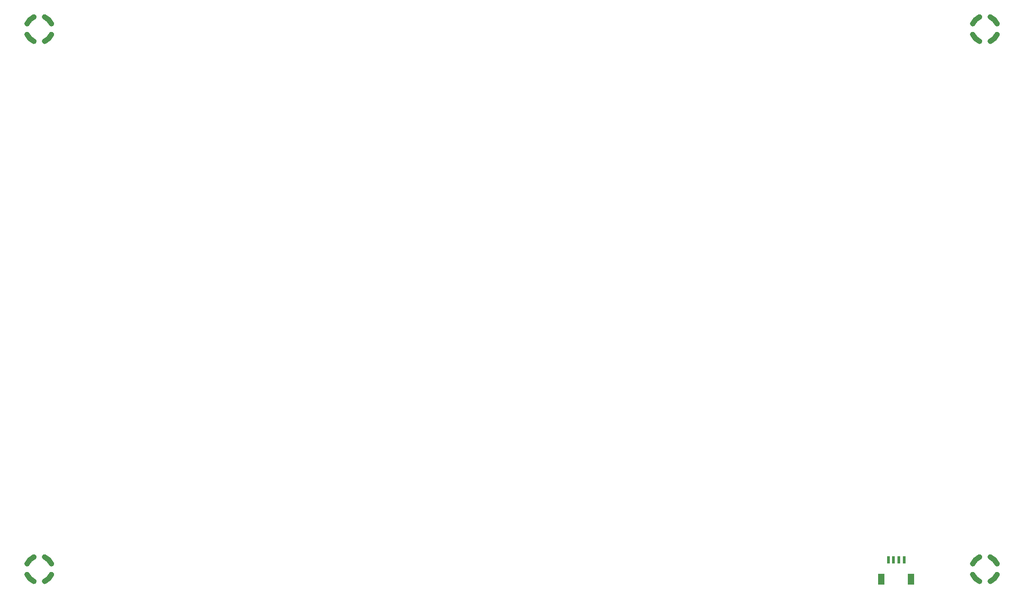
<source format=gbr>
%TF.GenerationSoftware,KiCad,Pcbnew,8.0.5*%
%TF.CreationDate,2024-09-30T14:32:55-04:00*%
%TF.ProjectId,HarveyBehaviorPCB_v2,48617276-6579-4426-9568-6176696f7250,rev?*%
%TF.SameCoordinates,Original*%
%TF.FileFunction,Paste,Top*%
%TF.FilePolarity,Positive*%
%FSLAX46Y46*%
G04 Gerber Fmt 4.6, Leading zero omitted, Abs format (unit mm)*
G04 Created by KiCad (PCBNEW 8.0.5) date 2024-09-30 14:32:55*
%MOMM*%
%LPD*%
G01*
G04 APERTURE LIST*
%ADD10C,1.016000*%
%ADD11R,1.198880X1.998980*%
%ADD12R,0.599440X1.348740*%
G04 APERTURE END LIST*
D10*
%TO.C,J11*%
X208280000Y-149352000D02*
G75*
G02*
X209550000Y-148082000I2286005J-1016005D01*
G01*
X209550000Y-152654000D02*
G75*
G02*
X208280000Y-151384000I1016005J2286005D01*
G01*
X211582000Y-148082000D02*
G75*
G02*
X212852000Y-149352000I-1016005J-2286005D01*
G01*
X212852000Y-151384000D02*
G75*
G02*
X211582000Y-152654000I-2286005J1016005D01*
G01*
%TO.C,J2*%
X30480000Y-149352000D02*
G75*
G02*
X31750000Y-148082000I2286005J-1016005D01*
G01*
X31750000Y-152654000D02*
G75*
G02*
X30480000Y-151384000I1016005J2286005D01*
G01*
X33782000Y-148082000D02*
G75*
G02*
X35052000Y-149352000I-1016005J-2286005D01*
G01*
X35052000Y-151384000D02*
G75*
G02*
X33782000Y-152654000I-2286005J1016005D01*
G01*
%TO.C,J10*%
X208280000Y-47752000D02*
G75*
G02*
X209550000Y-46482000I2286005J-1016005D01*
G01*
X209550000Y-51054000D02*
G75*
G02*
X208280000Y-49784000I1016005J2286005D01*
G01*
X211582000Y-46482000D02*
G75*
G02*
X212852000Y-47752000I-1016005J-2286005D01*
G01*
X212852000Y-49784000D02*
G75*
G02*
X211582000Y-51054000I-2286005J1016005D01*
G01*
%TO.C,J3*%
X30480000Y-47752000D02*
G75*
G02*
X31750000Y-46482000I2286005J-1016005D01*
G01*
X31750000Y-51054000D02*
G75*
G02*
X30480000Y-49784000I1016005J2286005D01*
G01*
X33782000Y-46482000D02*
G75*
G02*
X35052000Y-47752000I-1016005J-2286005D01*
G01*
X35052000Y-49784000D02*
G75*
G02*
X33782000Y-51054000I-2286005J1016005D01*
G01*
%TD*%
D11*
%TO.C,J14*%
X191091820Y-152293955D03*
X196689980Y-152293955D03*
D12*
X195389500Y-148621115D03*
X194388740Y-148621115D03*
X193393060Y-148621115D03*
X192392300Y-148621115D03*
%TD*%
M02*

</source>
